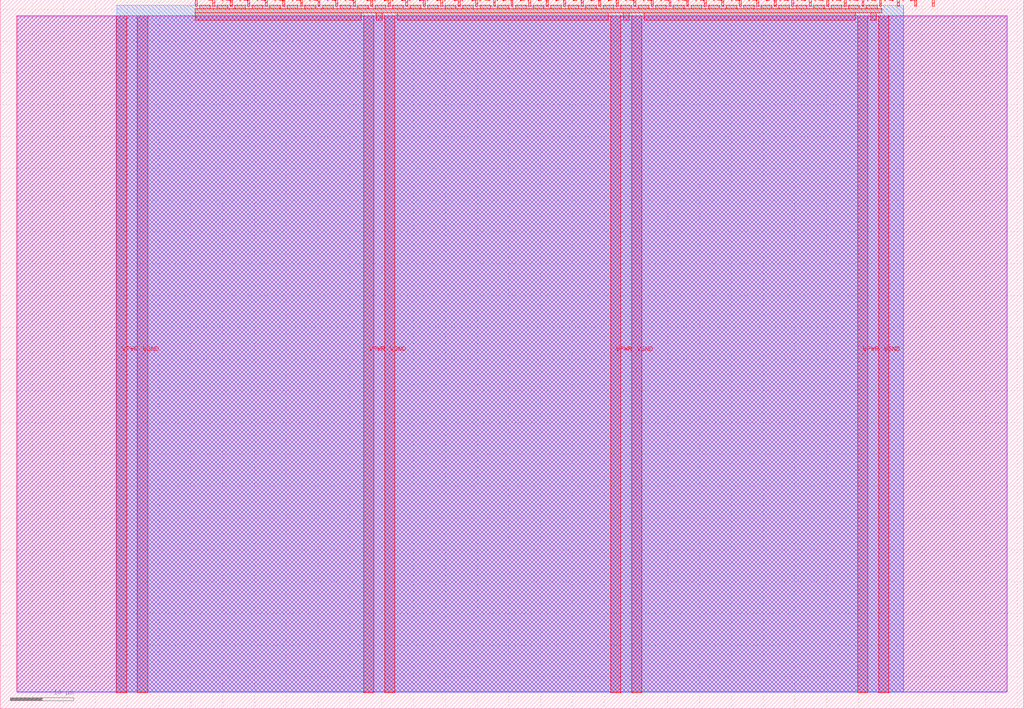
<source format=lef>
VERSION 5.7 ;
  NOWIREEXTENSIONATPIN ON ;
  DIVIDERCHAR "/" ;
  BUSBITCHARS "[]" ;
MACRO tt_um_wokwi_414120388391730177
  CLASS BLOCK ;
  FOREIGN tt_um_wokwi_414120388391730177 ;
  ORIGIN 0.000 0.000 ;
  SIZE 161.000 BY 111.520 ;
  PIN VGND
    DIRECTION INOUT ;
    USE GROUND ;
    PORT
      LAYER met4 ;
        RECT 21.580 2.480 23.180 109.040 ;
    END
    PORT
      LAYER met4 ;
        RECT 60.450 2.480 62.050 109.040 ;
    END
    PORT
      LAYER met4 ;
        RECT 99.320 2.480 100.920 109.040 ;
    END
    PORT
      LAYER met4 ;
        RECT 138.190 2.480 139.790 109.040 ;
    END
  END VGND
  PIN VPWR
    DIRECTION INOUT ;
    USE POWER ;
    PORT
      LAYER met4 ;
        RECT 18.280 2.480 19.880 109.040 ;
    END
    PORT
      LAYER met4 ;
        RECT 57.150 2.480 58.750 109.040 ;
    END
    PORT
      LAYER met4 ;
        RECT 96.020 2.480 97.620 109.040 ;
    END
    PORT
      LAYER met4 ;
        RECT 134.890 2.480 136.490 109.040 ;
    END
  END VPWR
  PIN clk
    DIRECTION INPUT ;
    USE SIGNAL ;
    PORT
      LAYER met4 ;
        RECT 143.830 110.520 144.130 111.520 ;
    END
  END clk
  PIN ena
    DIRECTION INPUT ;
    USE SIGNAL ;
    PORT
      LAYER met4 ;
        RECT 146.590 110.520 146.890 111.520 ;
    END
  END ena
  PIN rst_n
    DIRECTION INPUT ;
    USE SIGNAL ;
    PORT
      LAYER met4 ;
        RECT 141.070 110.520 141.370 111.520 ;
    END
  END rst_n
  PIN ui_in[0]
    DIRECTION INPUT ;
    USE SIGNAL ;
    ANTENNAGATEAREA 0.196500 ;
    PORT
      LAYER met4 ;
        RECT 138.310 110.520 138.610 111.520 ;
    END
  END ui_in[0]
  PIN ui_in[1]
    DIRECTION INPUT ;
    USE SIGNAL ;
    ANTENNAGATEAREA 0.196500 ;
    PORT
      LAYER met4 ;
        RECT 135.550 110.520 135.850 111.520 ;
    END
  END ui_in[1]
  PIN ui_in[2]
    DIRECTION INPUT ;
    USE SIGNAL ;
    ANTENNAGATEAREA 0.196500 ;
    PORT
      LAYER met4 ;
        RECT 132.790 110.520 133.090 111.520 ;
    END
  END ui_in[2]
  PIN ui_in[3]
    DIRECTION INPUT ;
    USE SIGNAL ;
    ANTENNAGATEAREA 0.196500 ;
    PORT
      LAYER met4 ;
        RECT 130.030 110.520 130.330 111.520 ;
    END
  END ui_in[3]
  PIN ui_in[4]
    DIRECTION INPUT ;
    USE SIGNAL ;
    ANTENNAGATEAREA 0.196500 ;
    PORT
      LAYER met4 ;
        RECT 127.270 110.520 127.570 111.520 ;
    END
  END ui_in[4]
  PIN ui_in[5]
    DIRECTION INPUT ;
    USE SIGNAL ;
    ANTENNAGATEAREA 0.196500 ;
    PORT
      LAYER met4 ;
        RECT 124.510 110.520 124.810 111.520 ;
    END
  END ui_in[5]
  PIN ui_in[6]
    DIRECTION INPUT ;
    USE SIGNAL ;
    ANTENNAGATEAREA 0.196500 ;
    PORT
      LAYER met4 ;
        RECT 121.750 110.520 122.050 111.520 ;
    END
  END ui_in[6]
  PIN ui_in[7]
    DIRECTION INPUT ;
    USE SIGNAL ;
    ANTENNAGATEAREA 0.196500 ;
    PORT
      LAYER met4 ;
        RECT 118.990 110.520 119.290 111.520 ;
    END
  END ui_in[7]
  PIN uio_in[0]
    DIRECTION INPUT ;
    USE SIGNAL ;
    PORT
      LAYER met4 ;
        RECT 116.230 110.520 116.530 111.520 ;
    END
  END uio_in[0]
  PIN uio_in[1]
    DIRECTION INPUT ;
    USE SIGNAL ;
    PORT
      LAYER met4 ;
        RECT 113.470 110.520 113.770 111.520 ;
    END
  END uio_in[1]
  PIN uio_in[2]
    DIRECTION INPUT ;
    USE SIGNAL ;
    PORT
      LAYER met4 ;
        RECT 110.710 110.520 111.010 111.520 ;
    END
  END uio_in[2]
  PIN uio_in[3]
    DIRECTION INPUT ;
    USE SIGNAL ;
    PORT
      LAYER met4 ;
        RECT 107.950 110.520 108.250 111.520 ;
    END
  END uio_in[3]
  PIN uio_in[4]
    DIRECTION INPUT ;
    USE SIGNAL ;
    PORT
      LAYER met4 ;
        RECT 105.190 110.520 105.490 111.520 ;
    END
  END uio_in[4]
  PIN uio_in[5]
    DIRECTION INPUT ;
    USE SIGNAL ;
    PORT
      LAYER met4 ;
        RECT 102.430 110.520 102.730 111.520 ;
    END
  END uio_in[5]
  PIN uio_in[6]
    DIRECTION INPUT ;
    USE SIGNAL ;
    PORT
      LAYER met4 ;
        RECT 99.670 110.520 99.970 111.520 ;
    END
  END uio_in[6]
  PIN uio_in[7]
    DIRECTION INPUT ;
    USE SIGNAL ;
    PORT
      LAYER met4 ;
        RECT 96.910 110.520 97.210 111.520 ;
    END
  END uio_in[7]
  PIN uio_oe[0]
    DIRECTION OUTPUT ;
    USE SIGNAL ;
    PORT
      LAYER met4 ;
        RECT 49.990 110.520 50.290 111.520 ;
    END
  END uio_oe[0]
  PIN uio_oe[1]
    DIRECTION OUTPUT ;
    USE SIGNAL ;
    PORT
      LAYER met4 ;
        RECT 47.230 110.520 47.530 111.520 ;
    END
  END uio_oe[1]
  PIN uio_oe[2]
    DIRECTION OUTPUT ;
    USE SIGNAL ;
    PORT
      LAYER met4 ;
        RECT 44.470 110.520 44.770 111.520 ;
    END
  END uio_oe[2]
  PIN uio_oe[3]
    DIRECTION OUTPUT ;
    USE SIGNAL ;
    PORT
      LAYER met4 ;
        RECT 41.710 110.520 42.010 111.520 ;
    END
  END uio_oe[3]
  PIN uio_oe[4]
    DIRECTION OUTPUT ;
    USE SIGNAL ;
    PORT
      LAYER met4 ;
        RECT 38.950 110.520 39.250 111.520 ;
    END
  END uio_oe[4]
  PIN uio_oe[5]
    DIRECTION OUTPUT ;
    USE SIGNAL ;
    PORT
      LAYER met4 ;
        RECT 36.190 110.520 36.490 111.520 ;
    END
  END uio_oe[5]
  PIN uio_oe[6]
    DIRECTION OUTPUT ;
    USE SIGNAL ;
    PORT
      LAYER met4 ;
        RECT 33.430 110.520 33.730 111.520 ;
    END
  END uio_oe[6]
  PIN uio_oe[7]
    DIRECTION OUTPUT ;
    USE SIGNAL ;
    PORT
      LAYER met4 ;
        RECT 30.670 110.520 30.970 111.520 ;
    END
  END uio_oe[7]
  PIN uio_out[0]
    DIRECTION OUTPUT ;
    USE SIGNAL ;
    PORT
      LAYER met4 ;
        RECT 72.070 110.520 72.370 111.520 ;
    END
  END uio_out[0]
  PIN uio_out[1]
    DIRECTION OUTPUT ;
    USE SIGNAL ;
    PORT
      LAYER met4 ;
        RECT 69.310 110.520 69.610 111.520 ;
    END
  END uio_out[1]
  PIN uio_out[2]
    DIRECTION OUTPUT ;
    USE SIGNAL ;
    PORT
      LAYER met4 ;
        RECT 66.550 110.520 66.850 111.520 ;
    END
  END uio_out[2]
  PIN uio_out[3]
    DIRECTION OUTPUT ;
    USE SIGNAL ;
    PORT
      LAYER met4 ;
        RECT 63.790 110.520 64.090 111.520 ;
    END
  END uio_out[3]
  PIN uio_out[4]
    DIRECTION OUTPUT ;
    USE SIGNAL ;
    PORT
      LAYER met4 ;
        RECT 61.030 110.520 61.330 111.520 ;
    END
  END uio_out[4]
  PIN uio_out[5]
    DIRECTION OUTPUT ;
    USE SIGNAL ;
    PORT
      LAYER met4 ;
        RECT 58.270 110.520 58.570 111.520 ;
    END
  END uio_out[5]
  PIN uio_out[6]
    DIRECTION OUTPUT ;
    USE SIGNAL ;
    PORT
      LAYER met4 ;
        RECT 55.510 110.520 55.810 111.520 ;
    END
  END uio_out[6]
  PIN uio_out[7]
    DIRECTION OUTPUT ;
    USE SIGNAL ;
    PORT
      LAYER met4 ;
        RECT 52.750 110.520 53.050 111.520 ;
    END
  END uio_out[7]
  PIN uo_out[0]
    DIRECTION OUTPUT ;
    USE SIGNAL ;
    ANTENNADIFFAREA 0.445500 ;
    PORT
      LAYER met4 ;
        RECT 94.150 110.520 94.450 111.520 ;
    END
  END uo_out[0]
  PIN uo_out[1]
    DIRECTION OUTPUT ;
    USE SIGNAL ;
    ANTENNADIFFAREA 0.445500 ;
    PORT
      LAYER met4 ;
        RECT 91.390 110.520 91.690 111.520 ;
    END
  END uo_out[1]
  PIN uo_out[2]
    DIRECTION OUTPUT ;
    USE SIGNAL ;
    ANTENNADIFFAREA 0.445500 ;
    PORT
      LAYER met4 ;
        RECT 88.630 110.520 88.930 111.520 ;
    END
  END uo_out[2]
  PIN uo_out[3]
    DIRECTION OUTPUT ;
    USE SIGNAL ;
    ANTENNADIFFAREA 0.445500 ;
    PORT
      LAYER met4 ;
        RECT 85.870 110.520 86.170 111.520 ;
    END
  END uo_out[3]
  PIN uo_out[4]
    DIRECTION OUTPUT ;
    USE SIGNAL ;
    ANTENNADIFFAREA 0.445500 ;
    PORT
      LAYER met4 ;
        RECT 83.110 110.520 83.410 111.520 ;
    END
  END uo_out[4]
  PIN uo_out[5]
    DIRECTION OUTPUT ;
    USE SIGNAL ;
    PORT
      LAYER met4 ;
        RECT 80.350 110.520 80.650 111.520 ;
    END
  END uo_out[5]
  PIN uo_out[6]
    DIRECTION OUTPUT ;
    USE SIGNAL ;
    PORT
      LAYER met4 ;
        RECT 77.590 110.520 77.890 111.520 ;
    END
  END uo_out[6]
  PIN uo_out[7]
    DIRECTION OUTPUT ;
    USE SIGNAL ;
    PORT
      LAYER met4 ;
        RECT 74.830 110.520 75.130 111.520 ;
    END
  END uo_out[7]
  OBS
      LAYER nwell ;
        RECT 2.570 2.635 158.430 108.990 ;
      LAYER li1 ;
        RECT 2.760 2.635 158.240 108.885 ;
      LAYER met1 ;
        RECT 2.760 2.480 158.240 109.040 ;
      LAYER met2 ;
        RECT 18.310 2.535 142.050 110.685 ;
      LAYER met3 ;
        RECT 18.290 2.555 142.075 110.665 ;
      LAYER met4 ;
        RECT 31.370 110.120 33.030 110.665 ;
        RECT 34.130 110.120 35.790 110.665 ;
        RECT 36.890 110.120 38.550 110.665 ;
        RECT 39.650 110.120 41.310 110.665 ;
        RECT 42.410 110.120 44.070 110.665 ;
        RECT 45.170 110.120 46.830 110.665 ;
        RECT 47.930 110.120 49.590 110.665 ;
        RECT 50.690 110.120 52.350 110.665 ;
        RECT 53.450 110.120 55.110 110.665 ;
        RECT 56.210 110.120 57.870 110.665 ;
        RECT 58.970 110.120 60.630 110.665 ;
        RECT 61.730 110.120 63.390 110.665 ;
        RECT 64.490 110.120 66.150 110.665 ;
        RECT 67.250 110.120 68.910 110.665 ;
        RECT 70.010 110.120 71.670 110.665 ;
        RECT 72.770 110.120 74.430 110.665 ;
        RECT 75.530 110.120 77.190 110.665 ;
        RECT 78.290 110.120 79.950 110.665 ;
        RECT 81.050 110.120 82.710 110.665 ;
        RECT 83.810 110.120 85.470 110.665 ;
        RECT 86.570 110.120 88.230 110.665 ;
        RECT 89.330 110.120 90.990 110.665 ;
        RECT 92.090 110.120 93.750 110.665 ;
        RECT 94.850 110.120 96.510 110.665 ;
        RECT 97.610 110.120 99.270 110.665 ;
        RECT 100.370 110.120 102.030 110.665 ;
        RECT 103.130 110.120 104.790 110.665 ;
        RECT 105.890 110.120 107.550 110.665 ;
        RECT 108.650 110.120 110.310 110.665 ;
        RECT 111.410 110.120 113.070 110.665 ;
        RECT 114.170 110.120 115.830 110.665 ;
        RECT 116.930 110.120 118.590 110.665 ;
        RECT 119.690 110.120 121.350 110.665 ;
        RECT 122.450 110.120 124.110 110.665 ;
        RECT 125.210 110.120 126.870 110.665 ;
        RECT 127.970 110.120 129.630 110.665 ;
        RECT 130.730 110.120 132.390 110.665 ;
        RECT 133.490 110.120 135.150 110.665 ;
        RECT 136.250 110.120 137.910 110.665 ;
        RECT 30.655 109.440 138.625 110.120 ;
        RECT 30.655 108.295 56.750 109.440 ;
        RECT 59.150 108.295 60.050 109.440 ;
        RECT 62.450 108.295 95.620 109.440 ;
        RECT 98.020 108.295 98.920 109.440 ;
        RECT 101.320 108.295 134.490 109.440 ;
        RECT 136.890 108.295 137.790 109.440 ;
  END
END tt_um_wokwi_414120388391730177
END LIBRARY


</source>
